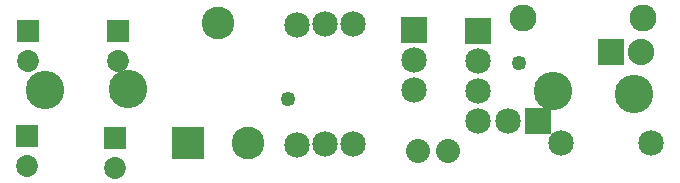
<source format=gbs>
G04 MADE WITH FRITZING*
G04 WWW.FRITZING.ORG*
G04 DOUBLE SIDED*
G04 HOLES PLATED*
G04 CONTOUR ON CENTER OF CONTOUR VECTOR*
%ASAXBY*%
%FSLAX23Y23*%
%MOIN*%
%OFA0B0*%
%SFA1.0B1.0*%
%ADD10C,0.072992*%
%ADD11C,0.085000*%
%ADD12C,0.109000*%
%ADD13C,0.080000*%
%ADD14C,0.090000*%
%ADD15C,0.088000*%
%ADD16C,0.128110*%
%ADD17C,0.049370*%
%ADD18R,0.072992X0.072992*%
%ADD19R,0.085000X0.085000*%
%ADD20R,0.109000X0.109000*%
%ADD21R,0.088000X0.088000*%
%LNMASK0*%
G90*
G70*
G54D10*
X434Y196D03*
X434Y98D03*
X143Y554D03*
X143Y455D03*
G54D11*
X1643Y255D03*
X1743Y255D03*
X1843Y255D03*
X1919Y179D03*
X2219Y179D03*
G54D12*
X876Y180D03*
X676Y180D03*
X776Y580D03*
G54D11*
X1038Y173D03*
X1038Y573D03*
X1225Y178D03*
X1225Y578D03*
X1429Y358D03*
X1429Y458D03*
X1429Y558D03*
X1132Y178D03*
X1132Y578D03*
G54D13*
X1443Y155D03*
X1543Y155D03*
G54D11*
X1643Y355D03*
X1643Y455D03*
X1643Y555D03*
G54D14*
X1794Y598D03*
X2194Y598D03*
G54D10*
X140Y203D03*
X140Y104D03*
X443Y554D03*
X443Y455D03*
G54D15*
X2087Y484D03*
X2187Y484D03*
G54D16*
X1893Y353D03*
X476Y360D03*
X200Y358D03*
X2163Y344D03*
G54D17*
X1011Y328D03*
X1779Y448D03*
G54D18*
X434Y196D03*
X143Y554D03*
G54D19*
X1843Y255D03*
G54D20*
X676Y180D03*
G54D19*
X1429Y558D03*
X1643Y555D03*
G54D18*
X140Y203D03*
X443Y554D03*
G54D21*
X2087Y484D03*
G04 End of Mask0*
M02*
</source>
